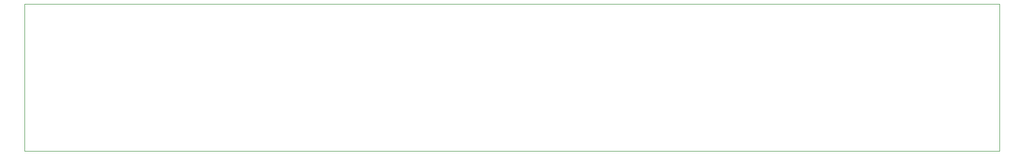
<source format=gbr>
%TF.GenerationSoftware,KiCad,Pcbnew,(5.1.8)-1*%
%TF.CreationDate,2021-02-16T03:44:48+08:00*%
%TF.ProjectId,VFD,5646442e-6b69-4636-9164-5f7063625858,rev?*%
%TF.SameCoordinates,Original*%
%TF.FileFunction,Profile,NP*%
%FSLAX46Y46*%
G04 Gerber Fmt 4.6, Leading zero omitted, Abs format (unit mm)*
G04 Created by KiCad (PCBNEW (5.1.8)-1) date 2021-02-16 03:44:48*
%MOMM*%
%LPD*%
G01*
G04 APERTURE LIST*
%TA.AperFunction,Profile*%
%ADD10C,0.100000*%
%TD*%
G04 APERTURE END LIST*
D10*
X238660000Y-92710000D02*
X73660000Y-92710000D01*
X238660000Y-117710000D02*
X238660000Y-92710000D01*
X73660000Y-117710000D02*
X238660000Y-117710000D01*
X73660000Y-92710000D02*
X73660000Y-117710000D01*
M02*

</source>
